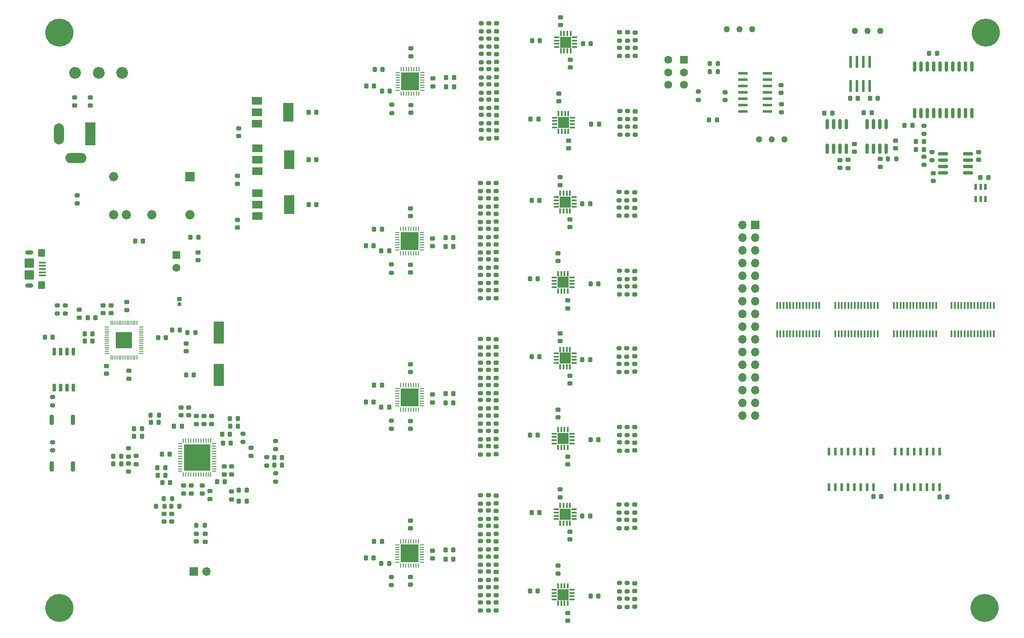
<source format=gbr>
%TF.GenerationSoftware,KiCad,Pcbnew,7.0.9*%
%TF.CreationDate,2024-03-04T14:23:28-07:00*%
%TF.ProjectId,picoAWG,7069636f-4157-4472-9e6b-696361645f70,rev?*%
%TF.SameCoordinates,Original*%
%TF.FileFunction,Soldermask,Top*%
%TF.FilePolarity,Negative*%
%FSLAX46Y46*%
G04 Gerber Fmt 4.6, Leading zero omitted, Abs format (unit mm)*
G04 Created by KiCad (PCBNEW 7.0.9) date 2024-03-04 14:23:28*
%MOMM*%
%LPD*%
G01*
G04 APERTURE LIST*
G04 Aperture macros list*
%AMRoundRect*
0 Rectangle with rounded corners*
0 $1 Rounding radius*
0 $2 $3 $4 $5 $6 $7 $8 $9 X,Y pos of 4 corners*
0 Add a 4 corners polygon primitive as box body*
4,1,4,$2,$3,$4,$5,$6,$7,$8,$9,$2,$3,0*
0 Add four circle primitives for the rounded corners*
1,1,$1+$1,$2,$3*
1,1,$1+$1,$4,$5*
1,1,$1+$1,$6,$7*
1,1,$1+$1,$8,$9*
0 Add four rect primitives between the rounded corners*
20,1,$1+$1,$2,$3,$4,$5,0*
20,1,$1+$1,$4,$5,$6,$7,0*
20,1,$1+$1,$6,$7,$8,$9,0*
20,1,$1+$1,$8,$9,$2,$3,0*%
G04 Aperture macros list end*
%ADD10RoundRect,0.150000X0.150000X-0.825000X0.150000X0.825000X-0.150000X0.825000X-0.150000X-0.825000X0*%
%ADD11RoundRect,0.150000X-0.825000X-0.150000X0.825000X-0.150000X0.825000X0.150000X-0.825000X0.150000X0*%
%ADD12RoundRect,0.200000X-0.200000X-0.275000X0.200000X-0.275000X0.200000X0.275000X-0.200000X0.275000X0*%
%ADD13RoundRect,0.225000X0.250000X-0.225000X0.250000X0.225000X-0.250000X0.225000X-0.250000X-0.225000X0*%
%ADD14RoundRect,0.200000X-0.275000X0.200000X-0.275000X-0.200000X0.275000X-0.200000X0.275000X0.200000X0*%
%ADD15RoundRect,0.200000X0.275000X-0.200000X0.275000X0.200000X-0.275000X0.200000X-0.275000X-0.200000X0*%
%ADD16RoundRect,0.225000X-0.250000X0.225000X-0.250000X-0.225000X0.250000X-0.225000X0.250000X0.225000X0*%
%ADD17R,1.600000X1.600000*%
%ADD18C,1.600000*%
%ADD19RoundRect,0.225000X-0.225000X-0.250000X0.225000X-0.250000X0.225000X0.250000X-0.225000X0.250000X0*%
%ADD20RoundRect,0.218750X-0.256250X0.218750X-0.256250X-0.218750X0.256250X-0.218750X0.256250X0.218750X0*%
%ADD21RoundRect,0.225000X0.225000X0.250000X-0.225000X0.250000X-0.225000X-0.250000X0.225000X-0.250000X0*%
%ADD22C,5.600000*%
%ADD23RoundRect,0.062500X0.375000X0.062500X-0.375000X0.062500X-0.375000X-0.062500X0.375000X-0.062500X0*%
%ADD24RoundRect,0.062500X0.062500X0.375000X-0.062500X0.375000X-0.062500X-0.375000X0.062500X-0.375000X0*%
%ADD25R,3.600000X3.600000*%
%ADD26R,0.355600X1.473200*%
%ADD27R,0.304800X1.066800*%
%ADD28R,1.066800X0.304800*%
%ADD29R,2.260600X2.260600*%
%ADD30RoundRect,0.200000X0.200000X0.800000X-0.200000X0.800000X-0.200000X-0.800000X0.200000X-0.800000X0*%
%ADD31RoundRect,0.218750X0.218750X0.256250X-0.218750X0.256250X-0.218750X-0.256250X0.218750X-0.256250X0*%
%ADD32C,1.270000*%
%ADD33C,2.350000*%
%ADD34R,2.000000X4.500000*%
%ADD35RoundRect,0.200000X0.200000X0.275000X-0.200000X0.275000X-0.200000X-0.275000X0.200000X-0.275000X0*%
%ADD36R,1.700000X1.700000*%
%ADD37O,1.700000X1.700000*%
%ADD38R,0.508000X1.270000*%
%ADD39R,0.600000X1.500000*%
%ADD40R,1.981200X0.558800*%
%ADD41RoundRect,0.150000X0.150000X-0.650000X0.150000X0.650000X-0.150000X0.650000X-0.150000X-0.650000X0*%
%ADD42R,2.000000X4.600000*%
%ADD43O,2.000000X4.200000*%
%ADD44O,4.200000X2.000000*%
%ADD45RoundRect,0.150000X-0.150000X0.875000X-0.150000X-0.875000X0.150000X-0.875000X0.150000X0.875000X0*%
%ADD46R,1.850000X1.850000*%
%ADD47C,1.850000*%
%ADD48R,0.622132X2.469157*%
%ADD49RoundRect,0.218750X0.256250X-0.218750X0.256250X0.218750X-0.256250X0.218750X-0.256250X-0.218750X0*%
%ADD50R,2.000000X1.500000*%
%ADD51R,2.000000X3.800000*%
%ADD52R,0.254000X0.812800*%
%ADD53R,0.812800X0.254000*%
%ADD54R,5.257800X5.257800*%
%ADD55R,0.850000X0.850000*%
%ADD56O,0.850000X0.850000*%
%ADD57RoundRect,0.050000X0.050000X-0.387500X0.050000X0.387500X-0.050000X0.387500X-0.050000X-0.387500X0*%
%ADD58RoundRect,0.050000X0.387500X-0.050000X0.387500X0.050000X-0.387500X0.050000X-0.387500X-0.050000X0*%
%ADD59R,3.200000X3.200000*%
%ADD60RoundRect,0.100000X-0.575000X0.100000X-0.575000X-0.100000X0.575000X-0.100000X0.575000X0.100000X0*%
%ADD61O,1.600000X0.900000*%
%ADD62RoundRect,0.250000X-0.450000X0.550000X-0.450000X-0.550000X0.450000X-0.550000X0.450000X0.550000X0*%
%ADD63RoundRect,0.250000X-0.700000X0.700000X-0.700000X-0.700000X0.700000X-0.700000X0.700000X0.700000X0*%
G04 APERTURE END LIST*
D10*
%TO.C,U19*%
X215470000Y-57751401D03*
X216740000Y-57751401D03*
X218010000Y-57751401D03*
X219280000Y-57751401D03*
X219280000Y-52801401D03*
X218010000Y-52801401D03*
X216740000Y-52801401D03*
X215470000Y-52801401D03*
%TD*%
%TO.C,U20*%
X223470000Y-57751401D03*
X224740000Y-57751401D03*
X226010000Y-57751401D03*
X227280000Y-57751401D03*
X227280000Y-52801401D03*
X226010000Y-52801401D03*
X224740000Y-52801401D03*
X223470000Y-52801401D03*
%TD*%
D11*
%TO.C,U23*%
X238625000Y-58745000D03*
X238625000Y-60015000D03*
X238625000Y-61285000D03*
X238625000Y-62555000D03*
X243575000Y-62555000D03*
X243575000Y-61285000D03*
X243575000Y-60015000D03*
X243575000Y-58745000D03*
%TD*%
D12*
%TO.C,R122*%
X84492200Y-129190000D03*
X86142200Y-129190000D03*
%TD*%
D13*
%TO.C,C121*%
X149455000Y-49505000D03*
X149455000Y-47955000D03*
%TD*%
D14*
%TO.C,R128*%
X98841310Y-114678730D03*
X98841310Y-116328730D03*
%TD*%
D13*
%TO.C,C55*%
X149350000Y-115725000D03*
X149350000Y-114175000D03*
%TD*%
D15*
%TO.C,R66*%
X146252500Y-72348730D03*
X146252500Y-70698730D03*
%TD*%
D16*
%TO.C,C60*%
X136620000Y-106848730D03*
X136620000Y-108398730D03*
%TD*%
D15*
%TO.C,R91*%
X146357500Y-40410000D03*
X146357500Y-38760000D03*
%TD*%
D13*
%TO.C,C122*%
X149457500Y-40360000D03*
X149457500Y-38810000D03*
%TD*%
D15*
%TO.C,R67*%
X146252500Y-75398730D03*
X146252500Y-73748730D03*
%TD*%
%TO.C,R92*%
X146357500Y-43460000D03*
X146357500Y-41810000D03*
%TD*%
D17*
%TO.C,C15*%
X85560000Y-78987621D03*
D18*
X85560000Y-81487621D03*
%TD*%
D15*
%TO.C,R80*%
X175472500Y-68053730D03*
X175472500Y-66403730D03*
%TD*%
D13*
%TO.C,C8*%
X70897500Y-90577500D03*
X70897500Y-89027500D03*
%TD*%
D15*
%TO.C,R73*%
X173962500Y-86878429D03*
X173962500Y-85228429D03*
%TD*%
D19*
%TO.C,C97*%
X166575000Y-68699332D03*
X168125000Y-68699332D03*
%TD*%
D16*
%TO.C,C142*%
X229090000Y-56095000D03*
X229090000Y-57645000D03*
%TD*%
D20*
%TO.C,D1*%
X65200000Y-47512500D03*
X65200000Y-49087500D03*
%TD*%
D21*
%TO.C,C54*%
X140845000Y-108523730D03*
X139295000Y-108523730D03*
%TD*%
D16*
%TO.C,C46*%
X161744401Y-141056270D03*
X161744401Y-142606270D03*
%TD*%
D22*
%TO.C,REF\u002A\u002A*%
X246868690Y-149536270D03*
%TD*%
D23*
%TO.C,U12*%
X134512500Y-77943730D03*
X134512500Y-77443730D03*
X134512500Y-76943730D03*
X134512500Y-76443730D03*
X134512500Y-75943730D03*
X134512500Y-75443730D03*
X134512500Y-74943730D03*
X134512500Y-74443730D03*
D24*
X133825000Y-73756230D03*
X133325000Y-73756230D03*
X132825000Y-73756230D03*
X132325000Y-73756230D03*
X131825000Y-73756230D03*
X131325000Y-73756230D03*
X130825000Y-73756230D03*
X130325000Y-73756230D03*
D23*
X129637500Y-74443730D03*
X129637500Y-74943730D03*
X129637500Y-75443730D03*
X129637500Y-75943730D03*
X129637500Y-76443730D03*
X129637500Y-76943730D03*
X129637500Y-77443730D03*
X129637500Y-77943730D03*
D24*
X130325000Y-78631230D03*
X130825000Y-78631230D03*
X131325000Y-78631230D03*
X131825000Y-78631230D03*
X132325000Y-78631230D03*
X132825000Y-78631230D03*
X133325000Y-78631230D03*
X133825000Y-78631230D03*
D25*
X132075000Y-76193730D03*
%TD*%
D13*
%TO.C,C132*%
X177167500Y-54889699D03*
X177167500Y-53339699D03*
%TD*%
D19*
%TO.C,C43*%
X168244401Y-147131270D03*
X169794401Y-147131270D03*
%TD*%
%TO.C,C172*%
X94666310Y-114753730D03*
X96216310Y-114753730D03*
%TD*%
D15*
%TO.C,R59*%
X146250000Y-66218730D03*
X146250000Y-64568730D03*
%TD*%
D16*
%TO.C,C118*%
X132380000Y-37680000D03*
X132380000Y-39230000D03*
%TD*%
D15*
%TO.C,R53*%
X175512500Y-114975000D03*
X175512500Y-113325000D03*
%TD*%
D19*
%TO.C,C158*%
X96227800Y-111690000D03*
X97777800Y-111690000D03*
%TD*%
%TO.C,C160*%
X98002800Y-125940000D03*
X99552800Y-125940000D03*
%TD*%
D14*
%TO.C,R99*%
X174067500Y-50180000D03*
X174067500Y-51830000D03*
%TD*%
D15*
%TO.C,R62*%
X147800000Y-69293730D03*
X147800000Y-67643730D03*
%TD*%
D26*
%TO.C,U30*%
X228805000Y-94719400D03*
X229455001Y-94719400D03*
X230105000Y-94719400D03*
X230755001Y-94719400D03*
X231404999Y-94719400D03*
X232055001Y-94719400D03*
X232704999Y-94719400D03*
X233354998Y-94719400D03*
X234004999Y-94719400D03*
X234654998Y-94719400D03*
X235304999Y-94719400D03*
X235954998Y-94719400D03*
X236604999Y-94719400D03*
X237254998Y-94719400D03*
X237255000Y-89080600D03*
X236604999Y-89080600D03*
X235955000Y-89080600D03*
X235304999Y-89080600D03*
X234655001Y-89080600D03*
X234004999Y-89080600D03*
X233355001Y-89080600D03*
X232704999Y-89080600D03*
X232055001Y-89080600D03*
X231404999Y-89080600D03*
X230755001Y-89080600D03*
X230105000Y-89080600D03*
X229455001Y-89080600D03*
X228805000Y-89080600D03*
%TD*%
D27*
%TO.C,U17*%
X164230000Y-34670301D03*
X163580002Y-34670301D03*
X162930000Y-34670301D03*
X162280002Y-34670301D03*
D28*
X161489701Y-35460602D03*
X161489701Y-36110600D03*
X161489701Y-36760602D03*
X161489701Y-37410600D03*
D27*
X162280002Y-38200901D03*
X162930000Y-38200901D03*
X163580002Y-38200901D03*
X164230000Y-38200901D03*
D28*
X165020301Y-37410600D03*
X165020301Y-36760602D03*
X165020301Y-36110600D03*
X165020301Y-35460602D03*
D29*
X163255001Y-36435601D03*
%TD*%
D21*
%TO.C,C146*%
X237375000Y-38700000D03*
X235825000Y-38700000D03*
%TD*%
D16*
%TO.C,C74*%
X161744401Y-109850000D03*
X161744401Y-111400000D03*
%TD*%
D15*
%TO.C,R71*%
X147802500Y-75398730D03*
X147802500Y-73748730D03*
%TD*%
%TO.C,R106*%
X219660000Y-61605000D03*
X219660000Y-59955000D03*
%TD*%
%TO.C,R79*%
X175462500Y-71134031D03*
X175462500Y-69484031D03*
%TD*%
D13*
%TO.C,C77*%
X177062500Y-114925000D03*
X177062500Y-113375000D03*
%TD*%
D15*
%TO.C,R121*%
X105335000Y-117765000D03*
X105335000Y-116115000D03*
%TD*%
D14*
%TO.C,R101*%
X174027500Y-34460000D03*
X174027500Y-36110000D03*
%TD*%
D15*
%TO.C,R28*%
X175512500Y-146181270D03*
X175512500Y-144531270D03*
%TD*%
D19*
%TO.C,C162*%
X96252800Y-113190000D03*
X97802800Y-113190000D03*
%TD*%
D23*
%TO.C,U15*%
X134617500Y-46005000D03*
X134617500Y-45505000D03*
X134617500Y-45005000D03*
X134617500Y-44505000D03*
X134617500Y-44005000D03*
X134617500Y-43505000D03*
X134617500Y-43005000D03*
X134617500Y-42505000D03*
D24*
X133930000Y-41817500D03*
X133430000Y-41817500D03*
X132930000Y-41817500D03*
X132430000Y-41817500D03*
X131930000Y-41817500D03*
X131430000Y-41817500D03*
X130930000Y-41817500D03*
X130430000Y-41817500D03*
D23*
X129742500Y-42505000D03*
X129742500Y-43005000D03*
X129742500Y-43505000D03*
X129742500Y-44005000D03*
X129742500Y-44505000D03*
X129742500Y-45005000D03*
X129742500Y-45505000D03*
X129742500Y-46005000D03*
D24*
X130430000Y-46692500D03*
X130930000Y-46692500D03*
X131430000Y-46692500D03*
X131930000Y-46692500D03*
X132430000Y-46692500D03*
X132930000Y-46692500D03*
X133430000Y-46692500D03*
X133930000Y-46692500D03*
D25*
X132180000Y-44255000D03*
%TD*%
D15*
%TO.C,R89*%
X146355000Y-46528730D03*
X146355000Y-44878730D03*
%TD*%
D16*
%TO.C,C180*%
X86961310Y-125058730D03*
X86961310Y-126608730D03*
%TD*%
D13*
%TO.C,C57*%
X149350000Y-100450000D03*
X149350000Y-98900000D03*
%TD*%
D15*
%TO.C,R64*%
X146250000Y-78467460D03*
X146250000Y-76817460D03*
%TD*%
%TO.C,R93*%
X147905000Y-46528730D03*
X147905000Y-44878730D03*
%TD*%
D26*
%TO.C,U31*%
X240315000Y-94689400D03*
X240965001Y-94689400D03*
X241615000Y-94689400D03*
X242265001Y-94689400D03*
X242914999Y-94689400D03*
X243565001Y-94689400D03*
X244214999Y-94689400D03*
X244864998Y-94689400D03*
X245514999Y-94689400D03*
X246164998Y-94689400D03*
X246814999Y-94689400D03*
X247464998Y-94689400D03*
X248114999Y-94689400D03*
X248764998Y-94689400D03*
X248765000Y-89050600D03*
X248114999Y-89050600D03*
X247465000Y-89050600D03*
X246814999Y-89050600D03*
X246165001Y-89050600D03*
X245514999Y-89050600D03*
X244865001Y-89050600D03*
X244214999Y-89050600D03*
X243565001Y-89050600D03*
X242914999Y-89050600D03*
X242265001Y-89050600D03*
X241615000Y-89050600D03*
X240965001Y-89050600D03*
X240315000Y-89050600D03*
%TD*%
D14*
%TO.C,R109*%
X234750000Y-53125000D03*
X234750000Y-54775000D03*
%TD*%
D13*
%TO.C,C123*%
X149457500Y-43410000D03*
X149457500Y-41860000D03*
%TD*%
D30*
%TO.C,SW2*%
X64860000Y-121190000D03*
X60660000Y-121190000D03*
%TD*%
D19*
%TO.C,C127*%
X168349401Y-52780000D03*
X169899401Y-52780000D03*
%TD*%
D15*
%TO.C,R85*%
X147905000Y-52630000D03*
X147905000Y-50980000D03*
%TD*%
D19*
%TO.C,C153*%
X105060000Y-119430000D03*
X106610000Y-119430000D03*
%TD*%
D15*
%TO.C,R32*%
X146250000Y-118825000D03*
X146250000Y-117175000D03*
%TD*%
D31*
%TO.C,L1*%
X89886190Y-75436270D03*
X88311190Y-75436270D03*
%TD*%
D13*
%TO.C,C76*%
X177062500Y-118034699D03*
X177062500Y-116484699D03*
%TD*%
D21*
%TO.C,C26*%
X140845000Y-139730000D03*
X139295000Y-139730000D03*
%TD*%
D16*
%TO.C,C102*%
X161744401Y-78643730D03*
X161744401Y-80193730D03*
%TD*%
D15*
%TO.C,R77*%
X175512500Y-86878429D03*
X175512500Y-85228429D03*
%TD*%
D32*
%TO.C,RV2*%
X195378690Y-33836270D03*
X197918690Y-33836270D03*
X200458690Y-33836270D03*
%TD*%
D19*
%TO.C,C171*%
X237925000Y-127300000D03*
X239475000Y-127300000D03*
%TD*%
D13*
%TO.C,C113*%
X149455000Y-37305000D03*
X149455000Y-35755000D03*
%TD*%
%TO.C,C5*%
X66111310Y-91483730D03*
X66111310Y-89933730D03*
%TD*%
D33*
%TO.C,SW3*%
X65310000Y-42550000D03*
X70010000Y-42550000D03*
X74710000Y-42550000D03*
%TD*%
D15*
%TO.C,R8*%
X146250000Y-131706270D03*
X146250000Y-130056270D03*
%TD*%
D14*
%TO.C,R119*%
X105335000Y-122615000D03*
X105335000Y-124265000D03*
%TD*%
D15*
%TO.C,R2*%
X63310000Y-90685000D03*
X63310000Y-89035000D03*
%TD*%
D26*
%TO.C,U29*%
X217095000Y-94699400D03*
X217745001Y-94699400D03*
X218395000Y-94699400D03*
X219045001Y-94699400D03*
X219694999Y-94699400D03*
X220345001Y-94699400D03*
X220994999Y-94699400D03*
X221644998Y-94699400D03*
X222294999Y-94699400D03*
X222944998Y-94699400D03*
X223594999Y-94699400D03*
X224244998Y-94699400D03*
X224894999Y-94699400D03*
X225544998Y-94699400D03*
X225545000Y-89060600D03*
X224894999Y-89060600D03*
X224245000Y-89060600D03*
X223594999Y-89060600D03*
X222945001Y-89060600D03*
X222294999Y-89060600D03*
X221645001Y-89060600D03*
X220994999Y-89060600D03*
X220345001Y-89060600D03*
X219694999Y-89060600D03*
X219045001Y-89060600D03*
X218395000Y-89060600D03*
X217745001Y-89060600D03*
X217095000Y-89060600D03*
%TD*%
D21*
%TO.C,C166*%
X74477800Y-119190000D03*
X72927800Y-119190000D03*
%TD*%
D14*
%TO.C,R127*%
X75952800Y-120625000D03*
X75952800Y-122275000D03*
%TD*%
D12*
%TO.C,R124*%
X82992200Y-127690000D03*
X84642200Y-127690000D03*
%TD*%
D16*
%TO.C,C32*%
X136620000Y-138055000D03*
X136620000Y-139605000D03*
%TD*%
D15*
%TO.C,R43*%
X147808690Y-109611270D03*
X147808690Y-107961270D03*
%TD*%
%TO.C,R37*%
X147800000Y-100500000D03*
X147800000Y-98850000D03*
%TD*%
%TO.C,R4*%
X60760000Y-109015000D03*
X60760000Y-107365000D03*
%TD*%
D19*
%TO.C,C41*%
X166575000Y-131111872D03*
X168125000Y-131111872D03*
%TD*%
D13*
%TO.C,C135*%
X177117500Y-36060000D03*
X177117500Y-34510000D03*
%TD*%
D21*
%TO.C,C89*%
X127995000Y-78167460D03*
X126445000Y-78167460D03*
%TD*%
D27*
%TO.C,U7*%
X161733677Y-148607670D03*
X162383675Y-148607670D03*
X163033677Y-148607670D03*
X163683675Y-148607670D03*
D28*
X164473976Y-147817369D03*
X164473976Y-147167371D03*
X164473976Y-146517369D03*
X164473976Y-145867371D03*
D27*
X163683675Y-145077070D03*
X163033677Y-145077070D03*
X162383675Y-145077070D03*
X161733677Y-145077070D03*
D28*
X160943376Y-145867371D03*
X160943376Y-146517369D03*
X160943376Y-147167371D03*
X160943376Y-147817369D03*
D29*
X162708676Y-146842370D03*
%TD*%
D23*
%TO.C,U9*%
X134512500Y-109150000D03*
X134512500Y-108650000D03*
X134512500Y-108150000D03*
X134512500Y-107650000D03*
X134512500Y-107150000D03*
X134512500Y-106650000D03*
X134512500Y-106150000D03*
X134512500Y-105650000D03*
D24*
X133825000Y-104962500D03*
X133325000Y-104962500D03*
X132825000Y-104962500D03*
X132325000Y-104962500D03*
X131825000Y-104962500D03*
X131325000Y-104962500D03*
X130825000Y-104962500D03*
X130325000Y-104962500D03*
D23*
X129637500Y-105650000D03*
X129637500Y-106150000D03*
X129637500Y-106650000D03*
X129637500Y-107150000D03*
X129637500Y-107650000D03*
X129637500Y-108150000D03*
X129637500Y-108650000D03*
X129637500Y-109150000D03*
D24*
X130325000Y-109837500D03*
X130825000Y-109837500D03*
X131325000Y-109837500D03*
X131825000Y-109837500D03*
X132325000Y-109837500D03*
X132825000Y-109837500D03*
X133325000Y-109837500D03*
X133825000Y-109837500D03*
D25*
X132075000Y-107400000D03*
%TD*%
D21*
%TO.C,C138*%
X247625000Y-63450000D03*
X246075000Y-63450000D03*
%TD*%
D14*
%TO.C,R26*%
X173922500Y-128811270D03*
X173922500Y-130461270D03*
%TD*%
D16*
%TO.C,C136*%
X218065000Y-59990000D03*
X218065000Y-61540000D03*
%TD*%
D26*
%TO.C,U28*%
X205455000Y-94729400D03*
X206105001Y-94729400D03*
X206755000Y-94729400D03*
X207405001Y-94729400D03*
X208054999Y-94729400D03*
X208705001Y-94729400D03*
X209354999Y-94729400D03*
X210004998Y-94729400D03*
X210654999Y-94729400D03*
X211304998Y-94729400D03*
X211954999Y-94729400D03*
X212604998Y-94729400D03*
X213254999Y-94729400D03*
X213904998Y-94729400D03*
X213905000Y-89090600D03*
X213254999Y-89090600D03*
X212605000Y-89090600D03*
X211954999Y-89090600D03*
X211305001Y-89090600D03*
X210654999Y-89090600D03*
X210005001Y-89090600D03*
X209354999Y-89090600D03*
X208705001Y-89090600D03*
X208054999Y-89090600D03*
X207405001Y-89090600D03*
X206755000Y-89090600D03*
X206105001Y-89090600D03*
X205455000Y-89090600D03*
%TD*%
D13*
%TO.C,C48*%
X177062500Y-149240969D03*
X177062500Y-147690969D03*
%TD*%
D15*
%TO.C,R98*%
X174067500Y-54939699D03*
X174067500Y-53289699D03*
%TD*%
D14*
%TO.C,R114*%
X189718690Y-46311270D03*
X189718690Y-47961270D03*
%TD*%
D27*
%TO.C,U13*%
X161733677Y-86195130D03*
X162383675Y-86195130D03*
X163033677Y-86195130D03*
X163683675Y-86195130D03*
D28*
X164473976Y-85404829D03*
X164473976Y-84754831D03*
X164473976Y-84104829D03*
X164473976Y-83454831D03*
D27*
X163683675Y-82664530D03*
X163033677Y-82664530D03*
X162383675Y-82664530D03*
X161733677Y-82664530D03*
D28*
X160943376Y-83454831D03*
X160943376Y-84104829D03*
X160943376Y-84754831D03*
X160943376Y-85404829D03*
D29*
X162708676Y-84429830D03*
%TD*%
D15*
%TO.C,R36*%
X147800000Y-118825000D03*
X147800000Y-117175000D03*
%TD*%
D16*
%TO.C,C156*%
X83067200Y-130665000D03*
X83067200Y-132215000D03*
%TD*%
D13*
%TO.C,C38*%
X149352500Y-134711270D03*
X149352500Y-133161270D03*
%TD*%
D15*
%TO.C,R123*%
X103585000Y-121015000D03*
X103585000Y-119365000D03*
%TD*%
%TO.C,R86*%
X147905000Y-55680000D03*
X147905000Y-54030000D03*
%TD*%
D16*
%TO.C,C173*%
X100391310Y-117528730D03*
X100391310Y-119078730D03*
%TD*%
D15*
%TO.C,R126*%
X75952800Y-119265000D03*
X75952800Y-117615000D03*
%TD*%
%TO.C,R22*%
X128450000Y-144931270D03*
X128450000Y-143281270D03*
%TD*%
D12*
%TO.C,R131*%
X89510000Y-132990000D03*
X91160000Y-132990000D03*
%TD*%
D15*
%TO.C,R70*%
X147802500Y-72348730D03*
X147802500Y-70698730D03*
%TD*%
%TO.C,R60*%
X147800000Y-84568730D03*
X147800000Y-82918730D03*
%TD*%
%TO.C,R35*%
X147800000Y-115775000D03*
X147800000Y-114125000D03*
%TD*%
%TO.C,R75*%
X173922500Y-71134031D03*
X173922500Y-69484031D03*
%TD*%
D13*
%TO.C,C107*%
X177012500Y-67998730D03*
X177012500Y-66448730D03*
%TD*%
D15*
%TO.C,R19*%
X147800000Y-143906270D03*
X147800000Y-142256270D03*
%TD*%
D21*
%TO.C,C186*%
X83310000Y-122960000D03*
X81760000Y-122960000D03*
%TD*%
D13*
%TO.C,C51*%
X177012500Y-130411270D03*
X177012500Y-128861270D03*
%TD*%
D19*
%TO.C,C99*%
X168244401Y-84718730D03*
X169794401Y-84718730D03*
%TD*%
%TO.C,C1*%
X87485000Y-102940000D03*
X89035000Y-102940000D03*
%TD*%
D15*
%TO.C,R44*%
X147800000Y-112700000D03*
X147800000Y-111050000D03*
%TD*%
%TO.C,R25*%
X173922500Y-133546571D03*
X173922500Y-131896571D03*
%TD*%
%TO.C,R94*%
X147905000Y-49555000D03*
X147905000Y-47905000D03*
%TD*%
D21*
%TO.C,C110*%
X140950000Y-45378730D03*
X139400000Y-45378730D03*
%TD*%
D16*
%TO.C,C179*%
X88461310Y-125058730D03*
X88461310Y-126608730D03*
%TD*%
D15*
%TO.C,R48*%
X173962500Y-118084699D03*
X173962500Y-116434699D03*
%TD*%
D14*
%TO.C,R76*%
X173922500Y-66398730D03*
X173922500Y-68048730D03*
%TD*%
D19*
%TO.C,C21*%
X111943690Y-59936270D03*
X113493690Y-59936270D03*
%TD*%
D16*
%TO.C,C157*%
X86452800Y-109415000D03*
X86452800Y-110965000D03*
%TD*%
D22*
%TO.C,REF\u002A\u002A*%
X62118690Y-149536270D03*
%TD*%
D15*
%TO.C,R125*%
X96527800Y-127829000D03*
X96527800Y-126179000D03*
%TD*%
D19*
%TO.C,C170*%
X224705000Y-127270000D03*
X226255000Y-127270000D03*
%TD*%
D21*
%TO.C,C117*%
X128100000Y-46228730D03*
X126550000Y-46228730D03*
%TD*%
D15*
%TO.C,R33*%
X146250000Y-100500000D03*
X146250000Y-98850000D03*
%TD*%
D13*
%TO.C,C184*%
X91000000Y-112715000D03*
X91000000Y-111165000D03*
%TD*%
D16*
%TO.C,C16*%
X97718690Y-63161270D03*
X97718690Y-64711270D03*
%TD*%
D14*
%TO.C,R5*%
X60760000Y-116365000D03*
X60760000Y-118015000D03*
%TD*%
D15*
%TO.C,R88*%
X147905000Y-34280000D03*
X147905000Y-32630000D03*
%TD*%
D21*
%TO.C,C181*%
X84285000Y-124440000D03*
X82735000Y-124440000D03*
%TD*%
D32*
%TO.C,RV3*%
X206898690Y-55886270D03*
X204358690Y-55886270D03*
X201818690Y-55886270D03*
%TD*%
D20*
%TO.C,D2*%
X65710000Y-67055000D03*
X65710000Y-68630000D03*
%TD*%
D15*
%TO.C,R40*%
X146250000Y-112700000D03*
X146250000Y-111050000D03*
%TD*%
D16*
%TO.C,C137*%
X226080000Y-61330000D03*
X226080000Y-59780000D03*
%TD*%
D15*
%TO.C,R81*%
X146355000Y-52630000D03*
X146355000Y-50980000D03*
%TD*%
D16*
%TO.C,C128*%
X162255000Y-31473730D03*
X162255000Y-33023730D03*
%TD*%
D34*
%TO.C,Y1*%
X94010000Y-102940000D03*
X94010000Y-94440000D03*
%TD*%
D35*
%TO.C,R130*%
X82027800Y-110940000D03*
X80377800Y-110940000D03*
%TD*%
D15*
%TO.C,R47*%
X128450000Y-113725000D03*
X128450000Y-112075000D03*
%TD*%
D13*
%TO.C,C65*%
X149350000Y-112650000D03*
X149350000Y-111100000D03*
%TD*%
D21*
%TO.C,C13*%
X60785000Y-95440000D03*
X59235000Y-95440000D03*
%TD*%
D15*
%TO.C,R27*%
X175512500Y-149290969D03*
X175512500Y-147640969D03*
%TD*%
%TO.C,R20*%
X147802500Y-134761270D03*
X147802500Y-133111270D03*
%TD*%
D13*
%TO.C,C67*%
X149352500Y-106555000D03*
X149352500Y-105005000D03*
%TD*%
D15*
%TO.C,R117*%
X206318690Y-50461270D03*
X206318690Y-48811270D03*
%TD*%
D14*
%TO.C,R1*%
X61760000Y-89025000D03*
X61760000Y-90675000D03*
%TD*%
D13*
%TO.C,C49*%
X177062500Y-146131270D03*
X177062500Y-144581270D03*
%TD*%
D36*
%TO.C,J5*%
X88985000Y-142190000D03*
D37*
X91525000Y-142190000D03*
%TD*%
D15*
%TO.C,R38*%
X147800000Y-97425000D03*
X147800000Y-95775000D03*
%TD*%
D13*
%TO.C,C28*%
X149350000Y-149981270D03*
X149350000Y-148431270D03*
%TD*%
D19*
%TO.C,C24*%
X123345000Y-139530000D03*
X124895000Y-139530000D03*
%TD*%
D13*
%TO.C,C112*%
X149455000Y-55630000D03*
X149455000Y-54080000D03*
%TD*%
D38*
%TO.C,U18*%
X247050001Y-65380800D03*
X246100000Y-65380800D03*
X245149999Y-65380800D03*
X245149999Y-67819200D03*
X246100000Y-67819200D03*
X247050001Y-67819200D03*
%TD*%
D39*
%TO.C,U27*%
X237905000Y-118290000D03*
X236635000Y-118290000D03*
X235365000Y-118290000D03*
X234095000Y-118290000D03*
X232825000Y-118290000D03*
X231555000Y-118290000D03*
X230285000Y-118290000D03*
X229015000Y-118290000D03*
X229015000Y-125390000D03*
X230285000Y-125390000D03*
X231555000Y-125390000D03*
X232825000Y-125390000D03*
X234095000Y-125390000D03*
X235365000Y-125390000D03*
X236635000Y-125390000D03*
X237905000Y-125390000D03*
%TD*%
D19*
%TO.C,C69*%
X166575000Y-99905602D03*
X168125000Y-99905602D03*
%TD*%
D13*
%TO.C,C39*%
X149352500Y-137761270D03*
X149352500Y-136211270D03*
%TD*%
D27*
%TO.C,U14*%
X164125000Y-66609031D03*
X163475002Y-66609031D03*
X162825000Y-66609031D03*
X162175002Y-66609031D03*
D28*
X161384701Y-67399332D03*
X161384701Y-68049330D03*
X161384701Y-68699332D03*
X161384701Y-69349330D03*
D27*
X162175002Y-70139631D03*
X162825000Y-70139631D03*
X163475002Y-70139631D03*
X164125000Y-70139631D03*
D28*
X164915301Y-69349330D03*
X164915301Y-68699332D03*
X164915301Y-68049330D03*
X164915301Y-67399332D03*
D29*
X163150001Y-68374331D03*
%TD*%
D16*
%TO.C,C177*%
X92211310Y-126158730D03*
X92211310Y-127708730D03*
%TD*%
D15*
%TO.C,R52*%
X175512500Y-118084699D03*
X175512500Y-116434699D03*
%TD*%
D13*
%TO.C,C91*%
X132275000Y-82468730D03*
X132275000Y-80918730D03*
%TD*%
D15*
%TO.C,R58*%
X146250000Y-69293730D03*
X146250000Y-67643730D03*
%TD*%
%TO.C,R90*%
X146355000Y-49555000D03*
X146355000Y-47905000D03*
%TD*%
D21*
%TO.C,C187*%
X83285000Y-121440000D03*
X81735000Y-121440000D03*
%TD*%
D15*
%TO.C,R50*%
X173922500Y-102340301D03*
X173922500Y-100690301D03*
%TD*%
D13*
%TO.C,C104*%
X177062500Y-86828429D03*
X177062500Y-85278429D03*
%TD*%
D19*
%TO.C,C31*%
X125000000Y-136206270D03*
X126550000Y-136206270D03*
%TD*%
D15*
%TO.C,R10*%
X147800000Y-146981270D03*
X147800000Y-145331270D03*
%TD*%
%TO.C,R34*%
X146250000Y-97425000D03*
X146250000Y-95775000D03*
%TD*%
D21*
%TO.C,C141*%
X224345000Y-50520000D03*
X222795000Y-50520000D03*
%TD*%
%TO.C,C139*%
X216480000Y-50650000D03*
X214930000Y-50650000D03*
%TD*%
D13*
%TO.C,C94*%
X149352500Y-72298730D03*
X149352500Y-70748730D03*
%TD*%
%TO.C,C106*%
X177012500Y-71084031D03*
X177012500Y-69534031D03*
%TD*%
D15*
%TO.C,R68*%
X147800000Y-78467460D03*
X147800000Y-76817460D03*
%TD*%
%TO.C,R97*%
X128555000Y-50580000D03*
X128555000Y-48930000D03*
%TD*%
D13*
%TO.C,C40*%
X164100000Y-135825000D03*
X164100000Y-134275000D03*
%TD*%
D15*
%TO.C,R83*%
X146355000Y-37355000D03*
X146355000Y-35705000D03*
%TD*%
D27*
%TO.C,U10*%
X161733677Y-117401400D03*
X162383675Y-117401400D03*
X163033677Y-117401400D03*
X163683675Y-117401400D03*
D28*
X164473976Y-116611099D03*
X164473976Y-115961101D03*
X164473976Y-115311099D03*
X164473976Y-114661101D03*
D27*
X163683675Y-113870800D03*
X163033677Y-113870800D03*
X162383675Y-113870800D03*
X161733677Y-113870800D03*
D28*
X160943376Y-114661101D03*
X160943376Y-115311099D03*
X160943376Y-115961101D03*
X160943376Y-116611099D03*
D29*
X162708676Y-115636100D03*
%TD*%
D13*
%TO.C,C95*%
X149352500Y-75348730D03*
X149352500Y-73798730D03*
%TD*%
%TO.C,C124*%
X164205000Y-41473730D03*
X164205000Y-39923730D03*
%TD*%
D15*
%TO.C,R103*%
X175617500Y-51830000D03*
X175617500Y-50180000D03*
%TD*%
D21*
%TO.C,C165*%
X74477800Y-120690000D03*
X72927800Y-120690000D03*
%TD*%
D15*
%TO.C,R21*%
X147802500Y-137811270D03*
X147802500Y-136161270D03*
%TD*%
%TO.C,R55*%
X175472500Y-99260000D03*
X175472500Y-97610000D03*
%TD*%
D13*
%TO.C,C78*%
X177012500Y-102290301D03*
X177012500Y-100740301D03*
%TD*%
D32*
%TO.C,RV1*%
X226065000Y-34226401D03*
X223525000Y-34226401D03*
X220985000Y-34226401D03*
%TD*%
D16*
%TO.C,C19*%
X97968690Y-53661270D03*
X97968690Y-55211270D03*
%TD*%
D13*
%TO.C,C111*%
X149455000Y-52580000D03*
X149455000Y-51030000D03*
%TD*%
D15*
%TO.C,R96*%
X147907500Y-43460000D03*
X147907500Y-41810000D03*
%TD*%
D16*
%TO.C,C151*%
X206268690Y-44986270D03*
X206268690Y-46536270D03*
%TD*%
%TO.C,C175*%
X96561310Y-121258730D03*
X96561310Y-122808730D03*
%TD*%
D13*
%TO.C,C134*%
X177117500Y-39145301D03*
X177117500Y-37595301D03*
%TD*%
D19*
%TO.C,C161*%
X98002800Y-128190000D03*
X99552800Y-128190000D03*
%TD*%
D21*
%TO.C,C4*%
X68785000Y-96190000D03*
X67235000Y-96190000D03*
%TD*%
D19*
%TO.C,C144*%
X220050000Y-47626401D03*
X221600000Y-47626401D03*
%TD*%
%TO.C,C87*%
X125000000Y-73793730D03*
X126550000Y-73793730D03*
%TD*%
%TO.C,C143*%
X224000000Y-47626401D03*
X225550000Y-47626401D03*
%TD*%
D17*
%TO.C,SW4*%
X186900000Y-39942500D03*
D18*
X186900000Y-42442500D03*
X186900000Y-44942500D03*
X183700000Y-39942500D03*
X183700000Y-42442500D03*
X183700000Y-44942500D03*
%TD*%
D19*
%TO.C,C174*%
X93636310Y-124283730D03*
X95186310Y-124283730D03*
%TD*%
D40*
%TO.C,U24*%
X198598823Y-42626270D03*
X198598823Y-43896270D03*
X198598823Y-45166270D03*
X198598823Y-46436270D03*
X198598823Y-47706270D03*
X198598823Y-48976270D03*
X198598823Y-50246270D03*
X203526423Y-50246270D03*
X203526423Y-48976270D03*
X203526423Y-47706270D03*
X203526423Y-46436270D03*
X203526423Y-45166270D03*
X203526423Y-43896270D03*
X203526423Y-42626270D03*
%TD*%
D15*
%TO.C,R72*%
X128450000Y-82518730D03*
X128450000Y-80868730D03*
%TD*%
D14*
%TO.C,R24*%
X173962500Y-144531270D03*
X173962500Y-146181270D03*
%TD*%
D41*
%TO.C,U2*%
X61136310Y-105503730D03*
X62406310Y-105503730D03*
X63676310Y-105503730D03*
X64946310Y-105503730D03*
X64946310Y-98303730D03*
X63676310Y-98303730D03*
X62406310Y-98303730D03*
X61136310Y-98303730D03*
%TD*%
D15*
%TO.C,R78*%
X175512500Y-83768730D03*
X175512500Y-82118730D03*
%TD*%
D42*
%TO.C,J4*%
X68350000Y-54800000D03*
D43*
X62050000Y-54800000D03*
D44*
X65450000Y-59600000D03*
%TD*%
D19*
%TO.C,C108*%
X123450000Y-45178730D03*
X125000000Y-45178730D03*
%TD*%
D21*
%TO.C,C129*%
X158099401Y-36110602D03*
X156549401Y-36110602D03*
%TD*%
D16*
%TO.C,C130*%
X161849401Y-46705000D03*
X161849401Y-48255000D03*
%TD*%
%TO.C,C159*%
X87952800Y-109415000D03*
X87952800Y-110965000D03*
%TD*%
D13*
%TO.C,C35*%
X132275000Y-144881270D03*
X132275000Y-143331270D03*
%TD*%
%TO.C,C70*%
X163700000Y-120818730D03*
X163700000Y-119268730D03*
%TD*%
%TO.C,C63*%
X132275000Y-113675000D03*
X132275000Y-112125000D03*
%TD*%
%TO.C,C85*%
X149350000Y-69243730D03*
X149350000Y-67693730D03*
%TD*%
D22*
%TO.C,REF\u002A\u002A*%
X247118690Y-34536270D03*
%TD*%
D15*
%TO.C,R42*%
X146252500Y-106605000D03*
X146252500Y-104955000D03*
%TD*%
%TO.C,R15*%
X146250000Y-143906270D03*
X146250000Y-142256270D03*
%TD*%
D21*
%TO.C,C131*%
X157797500Y-51780000D03*
X156247500Y-51780000D03*
%TD*%
D45*
%TO.C,U22*%
X244315000Y-41300000D03*
X243045000Y-41300000D03*
X241775000Y-41300000D03*
X240505000Y-41300000D03*
X239235000Y-41300000D03*
X237965000Y-41300000D03*
X236695000Y-41300000D03*
X235425000Y-41300000D03*
X234155000Y-41300000D03*
X232885000Y-41300000D03*
X232885000Y-50600000D03*
X234155000Y-50600000D03*
X235425000Y-50600000D03*
X236695000Y-50600000D03*
X237965000Y-50600000D03*
X239235000Y-50600000D03*
X240505000Y-50600000D03*
X241775000Y-50600000D03*
X243045000Y-50600000D03*
X244315000Y-50600000D03*
%TD*%
D15*
%TO.C,R14*%
X146250000Y-140880000D03*
X146250000Y-139230000D03*
%TD*%
%TO.C,R41*%
X146252500Y-103555000D03*
X146252500Y-101905000D03*
%TD*%
D16*
%TO.C,C100*%
X162150000Y-63412460D03*
X162150000Y-64962460D03*
%TD*%
D15*
%TO.C,R102*%
X175617500Y-54939699D03*
X175617500Y-53289699D03*
%TD*%
%TO.C,R111*%
X236380000Y-60015000D03*
X236380000Y-58365000D03*
%TD*%
%TO.C,R23*%
X173962500Y-149290969D03*
X173962500Y-147640969D03*
%TD*%
D14*
%TO.C,R49*%
X173962500Y-113325000D03*
X173962500Y-114975000D03*
%TD*%
D13*
%TO.C,C83*%
X149350000Y-84518730D03*
X149350000Y-82968730D03*
%TD*%
D46*
%TO.C,PS1*%
X88218690Y-63316270D03*
D47*
X72978690Y-63316270D03*
X88218690Y-70936270D03*
X80598690Y-70936270D03*
X75518690Y-70936270D03*
X72978690Y-70936270D03*
%TD*%
D15*
%TO.C,R84*%
X146355000Y-34280000D03*
X146355000Y-32630000D03*
%TD*%
%TO.C,R54*%
X175462500Y-102340301D03*
X175462500Y-100690301D03*
%TD*%
D21*
%TO.C,C101*%
X157994401Y-68049332D03*
X156444401Y-68049332D03*
%TD*%
D13*
%TO.C,C27*%
X149350000Y-146931270D03*
X149350000Y-145381270D03*
%TD*%
D15*
%TO.C,R30*%
X175472500Y-130466270D03*
X175472500Y-128816270D03*
%TD*%
D21*
%TO.C,C103*%
X157692500Y-83718730D03*
X156142500Y-83718730D03*
%TD*%
D15*
%TO.C,R12*%
X147800000Y-131706270D03*
X147800000Y-130056270D03*
%TD*%
D13*
%TO.C,C66*%
X149352500Y-103505000D03*
X149352500Y-101955000D03*
%TD*%
D19*
%TO.C,C52*%
X123345000Y-108323730D03*
X124895000Y-108323730D03*
%TD*%
D13*
%TO.C,C42*%
X163700000Y-152025000D03*
X163700000Y-150475000D03*
%TD*%
D35*
%TO.C,R115*%
X193643690Y-42286270D03*
X191993690Y-42286270D03*
%TD*%
D48*
%TO.C,U21*%
X223980000Y-40362802D03*
X222710000Y-40362802D03*
X221440000Y-40362802D03*
X220170000Y-40362802D03*
X220170000Y-45190000D03*
X221440000Y-45190000D03*
X222710000Y-45190000D03*
X223980000Y-45190000D03*
%TD*%
D15*
%TO.C,R56*%
X146250000Y-84568730D03*
X146250000Y-82918730D03*
%TD*%
D21*
%TO.C,C188*%
X84186310Y-118733730D03*
X82636310Y-118733730D03*
%TD*%
%TO.C,C33*%
X127995000Y-140580000D03*
X126445000Y-140580000D03*
%TD*%
%TO.C,C81*%
X140845000Y-75467460D03*
X139295000Y-75467460D03*
%TD*%
D49*
%TO.C,F1*%
X68350000Y-49087500D03*
X68350000Y-47512500D03*
%TD*%
D15*
%TO.C,R63*%
X147800000Y-66218730D03*
X147800000Y-64568730D03*
%TD*%
D23*
%TO.C,U6*%
X134512500Y-140356270D03*
X134512500Y-139856270D03*
X134512500Y-139356270D03*
X134512500Y-138856270D03*
X134512500Y-138356270D03*
X134512500Y-137856270D03*
X134512500Y-137356270D03*
X134512500Y-136856270D03*
D24*
X133825000Y-136168770D03*
X133325000Y-136168770D03*
X132825000Y-136168770D03*
X132325000Y-136168770D03*
X131825000Y-136168770D03*
X131325000Y-136168770D03*
X130825000Y-136168770D03*
X130325000Y-136168770D03*
D23*
X129637500Y-136856270D03*
X129637500Y-137356270D03*
X129637500Y-137856270D03*
X129637500Y-138356270D03*
X129637500Y-138856270D03*
X129637500Y-139356270D03*
X129637500Y-139856270D03*
X129637500Y-140356270D03*
D24*
X130325000Y-141043770D03*
X130825000Y-141043770D03*
X131325000Y-141043770D03*
X131825000Y-141043770D03*
X132325000Y-141043770D03*
X132825000Y-141043770D03*
X133325000Y-141043770D03*
X133825000Y-141043770D03*
D25*
X132075000Y-138606270D03*
%TD*%
D15*
%TO.C,R46*%
X147802500Y-106605000D03*
X147802500Y-104955000D03*
%TD*%
D13*
%TO.C,C84*%
X149350000Y-87568730D03*
X149350000Y-86018730D03*
%TD*%
D19*
%TO.C,C145*%
X230925000Y-53050000D03*
X232475000Y-53050000D03*
%TD*%
%TO.C,C80*%
X123345000Y-77117460D03*
X124895000Y-77117460D03*
%TD*%
D12*
%TO.C,R3*%
X87685000Y-94440000D03*
X89335000Y-94440000D03*
%TD*%
D16*
%TO.C,C176*%
X95071310Y-121258730D03*
X95071310Y-122808730D03*
%TD*%
D19*
%TO.C,C169*%
X77075000Y-115200000D03*
X78625000Y-115200000D03*
%TD*%
D13*
%TO.C,C133*%
X177167500Y-51780000D03*
X177167500Y-50230000D03*
%TD*%
D15*
%TO.C,R13*%
X147800000Y-128631270D03*
X147800000Y-126981270D03*
%TD*%
%TO.C,R100*%
X174027500Y-39195301D03*
X174027500Y-37545301D03*
%TD*%
D13*
%TO.C,C149*%
X245740000Y-59965000D03*
X245740000Y-58415000D03*
%TD*%
D21*
%TO.C,C14*%
X68785000Y-94690000D03*
X67235000Y-94690000D03*
%TD*%
D16*
%TO.C,C17*%
X97718690Y-71911270D03*
X97718690Y-73461270D03*
%TD*%
D12*
%TO.C,R113*%
X191993690Y-40686270D03*
X193643690Y-40686270D03*
%TD*%
D21*
%TO.C,C75*%
X157692500Y-114925000D03*
X156142500Y-114925000D03*
%TD*%
D15*
%TO.C,R31*%
X146250000Y-115775000D03*
X146250000Y-114125000D03*
%TD*%
D50*
%TO.C,U4*%
X101718690Y-66586270D03*
X101718690Y-68886270D03*
D51*
X108018690Y-68886270D03*
D50*
X101718690Y-71186270D03*
%TD*%
D13*
%TO.C,C12*%
X72441310Y-90578730D03*
X72441310Y-89028730D03*
%TD*%
%TO.C,C29*%
X149350000Y-131656270D03*
X149350000Y-130106270D03*
%TD*%
D22*
%TO.C,REF\u002A\u002A*%
X62118690Y-34536270D03*
%TD*%
D35*
%TO.C,R107*%
X227605000Y-59780000D03*
X229255000Y-59780000D03*
%TD*%
D16*
%TO.C,C18*%
X89800000Y-78425000D03*
X89800000Y-79975000D03*
%TD*%
D27*
%TO.C,U16*%
X161838677Y-54256400D03*
X162488675Y-54256400D03*
X163138677Y-54256400D03*
X163788675Y-54256400D03*
D28*
X164578976Y-53466099D03*
X164578976Y-52816101D03*
X164578976Y-52166099D03*
X164578976Y-51516101D03*
D27*
X163788675Y-50725800D03*
X163138677Y-50725800D03*
X162488675Y-50725800D03*
X161838677Y-50725800D03*
D28*
X161048376Y-51516101D03*
X161048376Y-52166099D03*
X161048376Y-52816101D03*
X161048376Y-53466099D03*
D29*
X162813676Y-52491100D03*
%TD*%
D30*
%TO.C,SW1*%
X64860000Y-111940000D03*
X60660000Y-111940000D03*
%TD*%
D15*
%TO.C,R11*%
X147800000Y-150031270D03*
X147800000Y-148381270D03*
%TD*%
D27*
%TO.C,U8*%
X164125000Y-129021571D03*
X163475002Y-129021571D03*
X162825000Y-129021571D03*
X162175002Y-129021571D03*
D28*
X161384701Y-129811872D03*
X161384701Y-130461870D03*
X161384701Y-131111872D03*
X161384701Y-131761870D03*
D27*
X162175002Y-132552171D03*
X162825000Y-132552171D03*
X163475002Y-132552171D03*
X164125000Y-132552171D03*
D28*
X164915301Y-131761870D03*
X164915301Y-131111872D03*
X164915301Y-130461870D03*
X164915301Y-129811872D03*
D29*
X163150001Y-130786871D03*
%TD*%
D15*
%TO.C,R39*%
X146258690Y-109611270D03*
X146258690Y-107961270D03*
%TD*%
D16*
%TO.C,C178*%
X90661310Y-125058730D03*
X90661310Y-126608730D03*
%TD*%
D27*
%TO.C,U11*%
X164125000Y-97815301D03*
X163475002Y-97815301D03*
X162825000Y-97815301D03*
X162175002Y-97815301D03*
D28*
X161384701Y-98605602D03*
X161384701Y-99255600D03*
X161384701Y-99905602D03*
X161384701Y-100555600D03*
D27*
X162175002Y-101345901D03*
X162825000Y-101345901D03*
X163475002Y-101345901D03*
X164125000Y-101345901D03*
D28*
X164915301Y-100555600D03*
X164915301Y-99905602D03*
X164915301Y-99255600D03*
X164915301Y-98605602D03*
D29*
X163150001Y-99580601D03*
%TD*%
D35*
%TO.C,R120*%
X83142200Y-129190000D03*
X81492200Y-129190000D03*
%TD*%
D13*
%TO.C,C37*%
X149350000Y-143856270D03*
X149350000Y-142306270D03*
%TD*%
D14*
%TO.C,R110*%
X234750000Y-59325000D03*
X234750000Y-60975000D03*
%TD*%
D12*
%TO.C,R116*%
X191843690Y-51936270D03*
X193493690Y-51936270D03*
%TD*%
D13*
%TO.C,C150*%
X236610000Y-64165000D03*
X236610000Y-62615000D03*
%TD*%
%TO.C,C68*%
X164100000Y-104618730D03*
X164100000Y-103068730D03*
%TD*%
D15*
%TO.C,R9*%
X146250000Y-128631270D03*
X146250000Y-126981270D03*
%TD*%
D19*
%TO.C,C115*%
X125105000Y-41855000D03*
X126655000Y-41855000D03*
%TD*%
D13*
%TO.C,C58*%
X149350000Y-97375000D03*
X149350000Y-95825000D03*
%TD*%
D15*
%TO.C,R104*%
X175567500Y-39195301D03*
X175567500Y-37545301D03*
%TD*%
D16*
%TO.C,C2*%
X87510000Y-96665000D03*
X87510000Y-98215000D03*
%TD*%
%TO.C,C62*%
X132275000Y-100825000D03*
X132275000Y-102375000D03*
%TD*%
D13*
%TO.C,C30*%
X149350000Y-128581270D03*
X149350000Y-127031270D03*
%TD*%
D52*
%TO.C,U25*%
X92413600Y-116036400D03*
X91913601Y-116036400D03*
X91413599Y-116036400D03*
X90913600Y-116036400D03*
X90413601Y-116036400D03*
X89913600Y-116036400D03*
X89413600Y-116036400D03*
X88913599Y-116036400D03*
X88413600Y-116036400D03*
X87913601Y-116036400D03*
X87413599Y-116036400D03*
X86913600Y-116036400D03*
D53*
X86260000Y-116690000D03*
X86260000Y-117189999D03*
X86260000Y-117690001D03*
X86260000Y-118190000D03*
X86260000Y-118689999D03*
X86260000Y-119190000D03*
X86260000Y-119690000D03*
X86260000Y-120190001D03*
X86260000Y-120690000D03*
X86260000Y-121189999D03*
X86260000Y-121690001D03*
X86260000Y-122190000D03*
D52*
X86913600Y-122843600D03*
X87413599Y-122843600D03*
X87913601Y-122843600D03*
X88413600Y-122843600D03*
X88913599Y-122843600D03*
X89413600Y-122843600D03*
X89913600Y-122843600D03*
X90413601Y-122843600D03*
X90913600Y-122843600D03*
X91413599Y-122843600D03*
X91913601Y-122843600D03*
X92413600Y-122843600D03*
D53*
X93067200Y-122190000D03*
X93067200Y-121690001D03*
X93067200Y-121189999D03*
X93067200Y-120690000D03*
X93067200Y-120190001D03*
X93067200Y-119690000D03*
X93067200Y-119190000D03*
X93067200Y-118689999D03*
X93067200Y-118190000D03*
X93067200Y-117690001D03*
X93067200Y-117189999D03*
X93067200Y-116690000D03*
D54*
X89663600Y-119440000D03*
%TD*%
D21*
%TO.C,C53*%
X140845000Y-106673730D03*
X139295000Y-106673730D03*
%TD*%
D13*
%TO.C,C50*%
X177012500Y-133496571D03*
X177012500Y-131946571D03*
%TD*%
D15*
%TO.C,R45*%
X147802500Y-103555000D03*
X147802500Y-101905000D03*
%TD*%
%TO.C,R105*%
X175577500Y-36115000D03*
X175577500Y-34465000D03*
%TD*%
D39*
%TO.C,U26*%
X224705000Y-118270000D03*
X223435000Y-118270000D03*
X222165000Y-118270000D03*
X220895000Y-118270000D03*
X219625000Y-118270000D03*
X218355000Y-118270000D03*
X217085000Y-118270000D03*
X215815000Y-118270000D03*
X215815000Y-125370000D03*
X217085000Y-125370000D03*
X218355000Y-125370000D03*
X219625000Y-125370000D03*
X220895000Y-125370000D03*
X222165000Y-125370000D03*
X223435000Y-125370000D03*
X224705000Y-125370000D03*
%TD*%
D19*
%TO.C,C163*%
X77075000Y-113650000D03*
X78625000Y-113650000D03*
%TD*%
D13*
%TO.C,C79*%
X177012500Y-99205000D03*
X177012500Y-97655000D03*
%TD*%
D19*
%TO.C,C125*%
X166680000Y-36760602D03*
X168230000Y-36760602D03*
%TD*%
D15*
%TO.C,R6*%
X146250000Y-146981270D03*
X146250000Y-145331270D03*
%TD*%
%TO.C,R65*%
X146250000Y-81493730D03*
X146250000Y-79843730D03*
%TD*%
D16*
%TO.C,C44*%
X162150000Y-125825000D03*
X162150000Y-127375000D03*
%TD*%
D19*
%TO.C,C22*%
X77323690Y-76186270D03*
X78873690Y-76186270D03*
%TD*%
D16*
%TO.C,C168*%
X89510000Y-134690000D03*
X89510000Y-136240000D03*
%TD*%
D19*
%TO.C,C147*%
X233200000Y-56300000D03*
X234750000Y-56300000D03*
%TD*%
D21*
%TO.C,C45*%
X157994401Y-130461872D03*
X156444401Y-130461872D03*
%TD*%
D16*
%TO.C,C167*%
X91260000Y-134715000D03*
X91260000Y-136265000D03*
%TD*%
D15*
%TO.C,R17*%
X146252500Y-137811270D03*
X146252500Y-136161270D03*
%TD*%
%TO.C,R82*%
X146355000Y-55680000D03*
X146355000Y-54030000D03*
%TD*%
D14*
%TO.C,R51*%
X173922500Y-97605000D03*
X173922500Y-99255000D03*
%TD*%
D19*
%TO.C,C148*%
X233200000Y-57850000D03*
X234750000Y-57850000D03*
%TD*%
D13*
%TO.C,C6*%
X75611310Y-89958730D03*
X75611310Y-88408730D03*
%TD*%
D21*
%TO.C,C109*%
X140950000Y-43528730D03*
X139400000Y-43528730D03*
%TD*%
D16*
%TO.C,C88*%
X136620000Y-75642460D03*
X136620000Y-77192460D03*
%TD*%
D13*
%TO.C,C92*%
X149350000Y-78417460D03*
X149350000Y-76867460D03*
%TD*%
D55*
%TO.C,J1*%
X86100000Y-87800000D03*
D56*
X86100000Y-88800000D03*
%TD*%
D16*
%TO.C,C11*%
X71541310Y-101128730D03*
X71541310Y-102678730D03*
%TD*%
D50*
%TO.C,U5*%
X101568690Y-48136270D03*
X101568690Y-50436270D03*
D51*
X107868690Y-50436270D03*
D50*
X101568690Y-52736270D03*
%TD*%
D13*
%TO.C,C105*%
X177062500Y-83718730D03*
X177062500Y-82168730D03*
%TD*%
%TO.C,C56*%
X149350000Y-118775000D03*
X149350000Y-117225000D03*
%TD*%
D14*
%TO.C,R74*%
X173962500Y-82118730D03*
X173962500Y-83768730D03*
%TD*%
D13*
%TO.C,C126*%
X163805000Y-57673730D03*
X163805000Y-56123730D03*
%TD*%
D57*
%TO.C,U1*%
X72460000Y-99427500D03*
X72860000Y-99427500D03*
X73260000Y-99427500D03*
X73660000Y-99427500D03*
X74060000Y-99427500D03*
X74460000Y-99427500D03*
X74860000Y-99427500D03*
X75260000Y-99427500D03*
X75660000Y-99427500D03*
X76060000Y-99427500D03*
X76460000Y-99427500D03*
X76860000Y-99427500D03*
X77260000Y-99427500D03*
X77660000Y-99427500D03*
D58*
X78497500Y-98590000D03*
X78497500Y-98190000D03*
X78497500Y-97790000D03*
X78497500Y-97390000D03*
X78497500Y-96990000D03*
X78497500Y-96590000D03*
X78497500Y-96190000D03*
X78497500Y-95790000D03*
X78497500Y-95390000D03*
X78497500Y-94990000D03*
X78497500Y-94590000D03*
X78497500Y-94190000D03*
X78497500Y-93790000D03*
X78497500Y-93390000D03*
D57*
X77660000Y-92552500D03*
X77260000Y-92552500D03*
X76860000Y-92552500D03*
X76460000Y-92552500D03*
X76060000Y-92552500D03*
X75660000Y-92552500D03*
X75260000Y-92552500D03*
X74860000Y-92552500D03*
X74460000Y-92552500D03*
X74060000Y-92552500D03*
X73660000Y-92552500D03*
X73260000Y-92552500D03*
X72860000Y-92552500D03*
X72460000Y-92552500D03*
D58*
X71622500Y-93390000D03*
X71622500Y-93790000D03*
X71622500Y-94190000D03*
X71622500Y-94590000D03*
X71622500Y-94990000D03*
X71622500Y-95390000D03*
X71622500Y-95790000D03*
X71622500Y-96190000D03*
X71622500Y-96590000D03*
X71622500Y-96990000D03*
X71622500Y-97390000D03*
X71622500Y-97790000D03*
X71622500Y-98190000D03*
X71622500Y-98590000D03*
D59*
X75060000Y-95990000D03*
%TD*%
D13*
%TO.C,C183*%
X89510000Y-112715000D03*
X89510000Y-111165000D03*
%TD*%
D15*
%TO.C,R95*%
X147907500Y-40410000D03*
X147907500Y-38760000D03*
%TD*%
D19*
%TO.C,C164*%
X80427800Y-112440000D03*
X81977800Y-112440000D03*
%TD*%
D15*
%TO.C,R7*%
X146250000Y-150031270D03*
X146250000Y-148381270D03*
%TD*%
D13*
%TO.C,C86*%
X149350000Y-66168730D03*
X149350000Y-64618730D03*
%TD*%
D16*
%TO.C,C72*%
X162150000Y-94618730D03*
X162150000Y-96168730D03*
%TD*%
D21*
%TO.C,C47*%
X157692500Y-146131270D03*
X156142500Y-146131270D03*
%TD*%
D19*
%TO.C,C59*%
X125000000Y-105000000D03*
X126550000Y-105000000D03*
%TD*%
D15*
%TO.C,R16*%
X146252500Y-134761270D03*
X146252500Y-133111270D03*
%TD*%
D14*
%TO.C,R129*%
X77452800Y-119115000D03*
X77452800Y-120765000D03*
%TD*%
D15*
%TO.C,R61*%
X147800000Y-87618730D03*
X147800000Y-85968730D03*
%TD*%
D21*
%TO.C,C182*%
X86586310Y-113183730D03*
X85036310Y-113183730D03*
%TD*%
D13*
%TO.C,C64*%
X149358690Y-109561270D03*
X149358690Y-108011270D03*
%TD*%
D19*
%TO.C,C9*%
X81866310Y-95503730D03*
X83416310Y-95503730D03*
%TD*%
D15*
%TO.C,R57*%
X146250000Y-87618730D03*
X146250000Y-85968730D03*
%TD*%
D19*
%TO.C,C71*%
X168244401Y-115925000D03*
X169794401Y-115925000D03*
%TD*%
%TO.C,C189*%
X94816310Y-116603730D03*
X96366310Y-116603730D03*
%TD*%
D13*
%TO.C,C185*%
X92510000Y-112715000D03*
X92510000Y-111165000D03*
%TD*%
D21*
%TO.C,C82*%
X140845000Y-77317460D03*
X139295000Y-77317460D03*
%TD*%
D13*
%TO.C,C96*%
X164100000Y-73412460D03*
X164100000Y-71862460D03*
%TD*%
D15*
%TO.C,R69*%
X147800000Y-81493730D03*
X147800000Y-79843730D03*
%TD*%
D21*
%TO.C,C7*%
X69386310Y-91483730D03*
X67836310Y-91483730D03*
%TD*%
D13*
%TO.C,C114*%
X149455000Y-34230000D03*
X149455000Y-32680000D03*
%TD*%
%TO.C,C120*%
X149455000Y-46478730D03*
X149455000Y-44928730D03*
%TD*%
D50*
%TO.C,U3*%
X101718690Y-57636270D03*
X101718690Y-59936270D03*
D51*
X108018690Y-59936270D03*
D50*
X101718690Y-62236270D03*
%TD*%
D13*
%TO.C,C98*%
X163700000Y-89612460D03*
X163700000Y-88062460D03*
%TD*%
D19*
%TO.C,C154*%
X105060000Y-120940000D03*
X106610000Y-120940000D03*
%TD*%
D16*
%TO.C,C140*%
X220940000Y-56805000D03*
X220940000Y-58355000D03*
%TD*%
D15*
%TO.C,R18*%
X147800000Y-140880000D03*
X147800000Y-139230000D03*
%TD*%
D13*
%TO.C,C119*%
X132380000Y-50530000D03*
X132380000Y-48980000D03*
%TD*%
D16*
%TO.C,C152*%
X195050000Y-46475000D03*
X195050000Y-48025000D03*
%TD*%
D19*
%TO.C,C23*%
X111918690Y-50436270D03*
X113468690Y-50436270D03*
%TD*%
%TO.C,C3*%
X84666310Y-93953730D03*
X86216310Y-93953730D03*
%TD*%
D15*
%TO.C,R87*%
X147905000Y-37355000D03*
X147905000Y-35705000D03*
%TD*%
%TO.C,R29*%
X175462500Y-133546571D03*
X175462500Y-131896571D03*
%TD*%
D21*
%TO.C,C61*%
X127995000Y-109373730D03*
X126445000Y-109373730D03*
%TD*%
%TO.C,C73*%
X157994401Y-99255602D03*
X156444401Y-99255602D03*
%TD*%
D16*
%TO.C,C10*%
X76041310Y-102128730D03*
X76041310Y-103678730D03*
%TD*%
%TO.C,C34*%
X132275000Y-132031270D03*
X132275000Y-133581270D03*
%TD*%
%TO.C,C90*%
X132275000Y-69618730D03*
X132275000Y-71168730D03*
%TD*%
D13*
%TO.C,C93*%
X149350000Y-81443730D03*
X149350000Y-79893730D03*
%TD*%
D16*
%TO.C,C155*%
X84567200Y-130665000D03*
X84567200Y-132215000D03*
%TD*%
D13*
%TO.C,C36*%
X149350000Y-140830000D03*
X149350000Y-139280000D03*
%TD*%
D21*
%TO.C,C25*%
X140845000Y-137880000D03*
X139295000Y-137880000D03*
%TD*%
D19*
%TO.C,C20*%
X111943690Y-68936270D03*
X113493690Y-68936270D03*
%TD*%
D60*
%TO.C,J2*%
X58795000Y-80470000D03*
X58795000Y-81120000D03*
X58795000Y-81770000D03*
X58795000Y-82420000D03*
X58795000Y-83070000D03*
D61*
X56120000Y-78470000D03*
D62*
X58570000Y-78570000D03*
D63*
X56120000Y-80570000D03*
X56120000Y-82970000D03*
D62*
X58570000Y-84970000D03*
D61*
X56120000Y-85070000D03*
%TD*%
D16*
%TO.C,C116*%
X136725000Y-43703730D03*
X136725000Y-45253730D03*
%TD*%
D36*
%TO.C,J3*%
X201118690Y-72966270D03*
D37*
X198578690Y-72966270D03*
X201118690Y-75506270D03*
X198578690Y-75506270D03*
X201118690Y-78046270D03*
X198578690Y-78046270D03*
X201118690Y-80586270D03*
X198578690Y-80586270D03*
X201118690Y-83126270D03*
X198578690Y-83126270D03*
X201118690Y-85666270D03*
X198578690Y-85666270D03*
X201118690Y-88206270D03*
X198578690Y-88206270D03*
X201118690Y-90746270D03*
X198578690Y-90746270D03*
X201118690Y-93286270D03*
X198578690Y-93286270D03*
X201118690Y-95826270D03*
X198578690Y-95826270D03*
X201118690Y-98366270D03*
X198578690Y-98366270D03*
X201118690Y-100906270D03*
X198578690Y-100906270D03*
X201118690Y-103446270D03*
X198578690Y-103446270D03*
X201118690Y-105986270D03*
X198578690Y-105986270D03*
X201118690Y-108526270D03*
X198578690Y-108526270D03*
X201118690Y-111066270D03*
X198578690Y-111066270D03*
%TD*%
M02*

</source>
